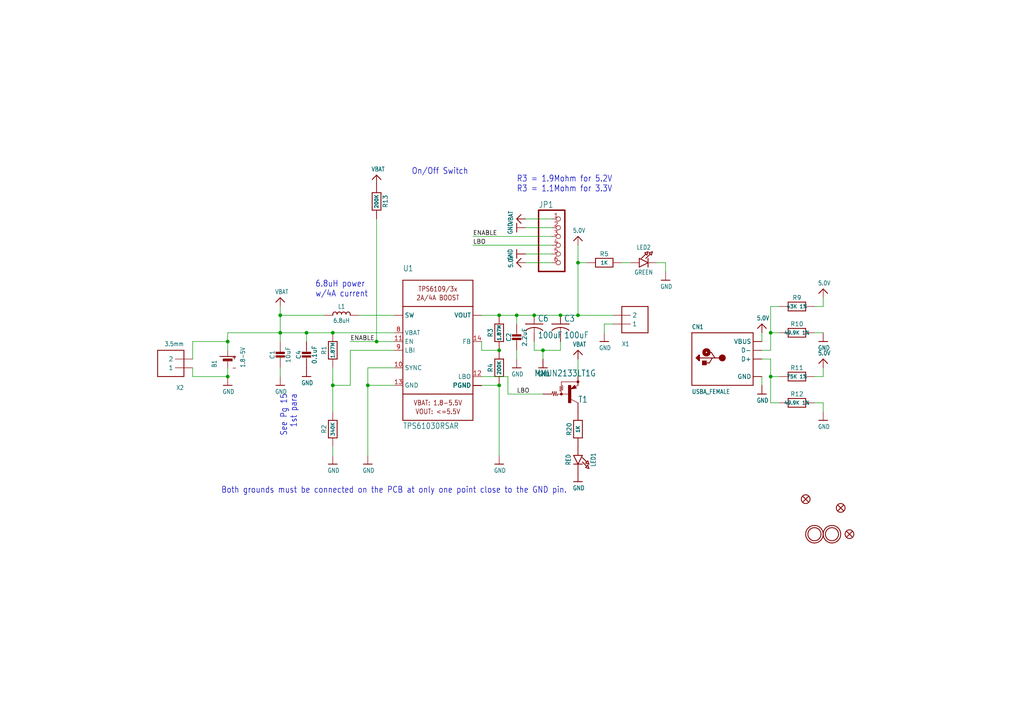
<source format=kicad_sch>
(kicad_sch (version 20230121) (generator eeschema)
  (paper "A4")
  (lib_symbols
    (symbol "working-eagle-import:-PNP_DRIVER-SC59-BEC"
      (property "Reference" "T" (at -10.16 7.62 0))
      (symbol "-PNP_DRIVER-SC59-BEC_1_0"
        (circle (center -2.286 0) (radius 0.254) (stroke (width 0.3048)))
        (rectangle (start -0.254 -2.54) (end 0.508 2.54) (fill (type outline)))
        (polyline (pts (xy -5.08 0) (xy -4.826 0.762)) (stroke (width 0.1524)))
        (polyline (pts (xy -4.826 0.762) (xy -4.572 -0.508)) (stroke (width 0.1524)))
        (polyline (pts (xy -4.572 -0.508) (xy -4.318 0.762)) (stroke (width 0.1524)))
        (polyline (pts (xy -4.318 0.762) (xy -4.064 -0.508)) (stroke (width 0.1524)))
        (polyline (pts (xy -4.064 -0.508) (xy -3.81 0.762)) (stroke (width 0.1524)))
        (polyline (pts (xy -3.81 0.762) (xy -3.556 -0.508)) (stroke (width 0.1524)))
        (polyline (pts (xy -3.556 -0.508) (xy -3.302 0)) (stroke (width 0.1524)))
        (polyline (pts (xy -3.302 0) (xy -2.286 0)) (stroke (width 0.1524)))
        (polyline (pts (xy -2.794 1.016) (xy -1.778 1.27)) (stroke (width 0.1524)))
        (polyline (pts (xy -2.794 1.524) (xy -1.778 1.778)) (stroke (width 0.1524)))
        (polyline (pts (xy -2.794 2.032) (xy -1.778 2.286)) (stroke (width 0.1524)))
        (polyline (pts (xy -2.286 0) (xy -2.286 0.762)) (stroke (width 0.1524)))
        (polyline (pts (xy -2.286 0) (xy -0.254 0)) (stroke (width 0.1524)))
        (polyline (pts (xy -2.286 0.762) (xy -2.794 1.016)) (stroke (width 0.1524)))
        (polyline (pts (xy -2.286 2.54) (xy -2.286 3.556)) (stroke (width 0.1524)))
        (polyline (pts (xy -2.286 3.556) (xy 2.54 3.556)) (stroke (width 0.1524)))
        (polyline (pts (xy -1.778 1.27) (xy -2.794 1.524)) (stroke (width 0.1524)))
        (polyline (pts (xy -1.778 1.778) (xy -2.794 2.032)) (stroke (width 0.1524)))
        (polyline (pts (xy -1.778 2.286) (xy -2.286 2.54)) (stroke (width 0.1524)))
        (polyline (pts (xy 0.5159 1.478) (xy 2.0861 1.6779)) (stroke (width 0.1524)))
        (polyline (pts (xy 0.762 1.651) (xy 1.778 1.778)) (stroke (width 0.254)))
        (polyline (pts (xy 1.143 1.905) (xy 1.524 1.905)) (stroke (width 0.254)))
        (polyline (pts (xy 1.524 2.159) (xy 1.143 1.905)) (stroke (width 0.254)))
        (polyline (pts (xy 1.524 2.413) (xy 0.762 1.651)) (stroke (width 0.254)))
        (polyline (pts (xy 1.5781 2.5941) (xy 0.5159 1.478)) (stroke (width 0.1524)))
        (polyline (pts (xy 1.778 1.778) (xy 1.524 2.159)) (stroke (width 0.254)))
        (polyline (pts (xy 1.905 1.778) (xy 1.524 2.413)) (stroke (width 0.254)))
        (polyline (pts (xy 2.0861 1.6779) (xy 1.5781 2.5941)) (stroke (width 0.1524)))
        (polyline (pts (xy 2.54 -2.54) (xy 0.508 -1.524)) (stroke (width 0.1524)))
        (polyline (pts (xy 2.54 2.54) (xy 1.808 2.1239)) (stroke (width 0.1524)))
        (circle (center 2.54 3.556) (radius 0.254) (stroke (width 0.3048)))
        (pin passive line (at -7.62 0 0) (length 2.54) (name "B") (number "B"))
        (pin passive line (at 2.54 -5.08 90) (length 2.54) (name "C") (number "C"))
        (pin passive line (at 2.54 5.08 270) (length 2.54) (name "E") (number "E"))
      )
    )
    (symbol "working-eagle-import:5.0V" (power)
      (property "Value" "5.0V" (at -1.524 1.016 0))
      (symbol "5.0V_1_0"
        (polyline (pts (xy -1.27 -1.27) (xy 0 0)) (stroke (width 0.254)))
        (polyline (pts (xy 0 0) (xy 1.27 -1.27)) (stroke (width 0.254)))
        (pin power_in line (at 0 -2.54 90) (length 2.54) (name "5.0V") (number "1"))
      )
    )
    (symbol "working-eagle-import:BATTERY"
      (property "Reference" "B" (at -2.54 3.175 0))
      (symbol "BATTERY_1_0"
        (polyline (pts (xy -2.54 0) (xy -0.635 0)) (stroke (width 0.1524)))
        (polyline (pts (xy -0.508 -1.27) (xy -0.508 1.27)) (stroke (width 0.254)))
        (polyline (pts (xy -0.508 1.27) (xy -0.254 1.27)) (stroke (width 0.254)))
        (polyline (pts (xy -0.254 -1.27) (xy -0.508 -1.27)) (stroke (width 0.254)))
        (polyline (pts (xy -0.254 1.27) (xy -0.254 -1.27)) (stroke (width 0.254)))
        (polyline (pts (xy -0.254 1.27) (xy 0 1.27)) (stroke (width 0.254)))
        (polyline (pts (xy 0 -1.27) (xy -0.254 -1.27)) (stroke (width 0.254)))
        (polyline (pts (xy 0 1.27) (xy 0 -1.27)) (stroke (width 0.254)))
        (polyline (pts (xy 0.762 2.286) (xy 0.762 -2.286)) (stroke (width 0.254)))
        (polyline (pts (xy 0.889 0) (xy 2.54 0)) (stroke (width 0.1524)))
        (text "+" (at 1.27 -1.143 900) (effects (font (size 1.27 1.0795)) (justify right top)))
        (text "-" (at -1.778 -1.143 900) (effects (font (size 1.27 1.0795)) (justify right top)))
        (pin passive line (at -2.54 0 0) (length 0) (name "-") (number "1"))
        (pin passive line (at 2.54 0 180) (length 0) (name "+") (number "2"))
      )
    )
    (symbol "working-eagle-import:C-USC1210"
      (property "Reference" "C" (at 1.016 0.635 0))
      (symbol "C-USC1210_1_0"
        (arc (start 0 -1.0161) (mid -1.302 -1.2303) (end -2.4668 -1.8504) (stroke (width 0.254)))
        (polyline (pts (xy -2.54 0) (xy 2.54 0)) (stroke (width 0.254)))
        (polyline (pts (xy 0 -1.016) (xy 0 -2.54)) (stroke (width 0.1524)))
        (arc (start 2.4892 -1.8541) (mid 1.3158 -1.2194) (end 0 -1) (stroke (width 0.254)))
        (pin passive line (at 0 2.54 270) (length 2.54) (name "1") (number "1"))
        (pin passive line (at 0 -5.08 90) (length 2.54) (name "2") (number "2"))
      )
    )
    (symbol "working-eagle-import:CAP_CERAMIC0805-NOOUTLINE"
      (property "Reference" "C" (at -2.29 1.25 90))
      (symbol "CAP_CERAMIC0805-NOOUTLINE_1_0"
        (rectangle (start -1.27 0.508) (end 1.27 1.016) (fill (type outline)))
        (rectangle (start -1.27 1.524) (end 1.27 2.032) (fill (type outline)))
        (polyline (pts (xy 0 0.762) (xy 0 0)) (stroke (width 0.1524)))
        (polyline (pts (xy 0 2.54) (xy 0 1.778)) (stroke (width 0.1524)))
        (pin passive line (at 0 5.08 270) (length 2.54) (name "1") (number "1"))
        (pin passive line (at 0 -2.54 90) (length 2.54) (name "2") (number "2"))
      )
    )
    (symbol "working-eagle-import:FIDUCIAL{dblquote}{dblquote}"
      (symbol "FIDUCIAL{dblquote}{dblquote}_1_0"
        (polyline (pts (xy -0.762 0.762) (xy 0.762 -0.762)) (stroke (width 0.254)))
        (polyline (pts (xy 0.762 0.762) (xy -0.762 -0.762)) (stroke (width 0.254)))
        (circle (center 0 0) (radius 1.27) (stroke (width 0.254)))
      )
    )
    (symbol "working-eagle-import:GND" (power)
      (property "Value" "GND" (at -1.524 -2.54 0))
      (symbol "GND_1_0"
        (polyline (pts (xy -1.27 0) (xy 1.27 0)) (stroke (width 0.254)))
        (pin power_in line (at 0 2.54 270) (length 2.54) (name "GND") (number "1"))
      )
    )
    (symbol "working-eagle-import:INDUCTOR-8X8"
      (property "Reference" "L" (at 0 2.54 0))
      (symbol "INDUCTOR-8X8_1_0"
        (arc (start -1.27 0.3173) (mid -1.9049 0.9497) (end -2.54 0.3175) (stroke (width 0.254)))
        (polyline (pts (xy -2.54 0.3175) (xy -2.54 0)) (stroke (width 0.254)))
        (polyline (pts (xy 2.54 0.3175) (xy 2.54 0)) (stroke (width 0.254)))
        (arc (start 0 0.3173) (mid -0.6349 0.9497) (end -1.27 0.3175) (stroke (width 0.254)))
        (arc (start 1.27 0.3173) (mid 0.6351 0.9497) (end 0 0.3175) (stroke (width 0.254)))
        (arc (start 2.54 0.3173) (mid 1.9051 0.9497) (end 1.27 0.3175) (stroke (width 0.254)))
        (pin passive line (at -5.08 0 0) (length 2.54) (name "1") (number "P$1"))
        (pin passive line (at 5.08 0 180) (length 2.54) (name "2") (number "P$2"))
      )
    )
    (symbol "working-eagle-import:LED0805_NOOUTLINE"
      (property "Reference" "D" (at -1.27 4.445 0))
      (symbol "LED0805_NOOUTLINE_1_0"
        (polyline (pts (xy -2.54 -1.27) (xy 0 0)) (stroke (width 0.254)))
        (polyline (pts (xy -2.54 1.27) (xy -2.54 -1.27)) (stroke (width 0.254)))
        (polyline (pts (xy -1.905 1.27) (xy -0.635 2.54)) (stroke (width 0.254)))
        (polyline (pts (xy -0.9525 2.8575) (xy -0.3175 2.2225)) (stroke (width 0.254)))
        (polyline (pts (xy -0.635 1.27) (xy 0.635 2.54)) (stroke (width 0.254)))
        (polyline (pts (xy -0.3175 2.2225) (xy 0 3.175)) (stroke (width 0.254)))
        (polyline (pts (xy 0 0) (xy -2.54 1.27)) (stroke (width 0.254)))
        (polyline (pts (xy 0 0) (xy 0 -1.27)) (stroke (width 0.254)))
        (polyline (pts (xy 0 1.27) (xy 0 0)) (stroke (width 0.254)))
        (polyline (pts (xy 0 3.175) (xy -0.9525 2.8575)) (stroke (width 0.254)))
        (polyline (pts (xy 0.3175 2.8575) (xy 0.9525 2.2225)) (stroke (width 0.254)))
        (polyline (pts (xy 0.9525 2.2225) (xy 1.27 3.175)) (stroke (width 0.254)))
        (polyline (pts (xy 1.27 3.175) (xy 0.3175 2.8575)) (stroke (width 0.254)))
        (pin passive line (at -5.08 0 0) (length 2.54) (name "A") (number "A"))
        (pin passive line (at 2.54 0 180) (length 2.54) (name "C") (number "C"))
      )
    )
    (symbol "working-eagle-import:MOUNTINGHOLE2.5"
      (symbol "MOUNTINGHOLE2.5_1_0"
        (circle (center 0 0) (radius 1.905) (stroke (width 0.254)))
        (circle (center 0 0) (radius 2.54) (stroke (width 0.254)))
      )
    )
    (symbol "working-eagle-import:PINHD-1X6CB"
      (property "Reference" "JP" (at -6.35 10.795 0))
      (symbol "PINHD-1X6CB_1_0"
        (polyline (pts (xy -6.35 -7.62) (xy 1.27 -7.62)) (stroke (width 0.4064)))
        (polyline (pts (xy -6.35 10.16) (xy -6.35 -7.62)) (stroke (width 0.4064)))
        (polyline (pts (xy 1.27 -7.62) (xy 1.27 10.16)) (stroke (width 0.4064)))
        (polyline (pts (xy 1.27 10.16) (xy -6.35 10.16)) (stroke (width 0.4064)))
        (pin passive inverted (at -2.54 7.62 0) (length 2.54) (name "1") (number "1"))
        (pin passive inverted (at -2.54 5.08 0) (length 2.54) (name "2") (number "2"))
        (pin passive inverted (at -2.54 2.54 0) (length 2.54) (name "3") (number "3"))
        (pin passive inverted (at -2.54 0 0) (length 2.54) (name "4") (number "4"))
        (pin passive inverted (at -2.54 -2.54 0) (length 2.54) (name "5") (number "5"))
        (pin passive inverted (at -2.54 -5.08 0) (length 2.54) (name "6") (number "6"))
      )
    )
    (symbol "working-eagle-import:RESISTOR0805_NOOUTLINE"
      (property "Reference" "R" (at 0 2.54 0))
      (symbol "RESISTOR0805_NOOUTLINE_1_0"
        (polyline (pts (xy -2.54 -1.27) (xy -2.54 1.27)) (stroke (width 0.254)))
        (polyline (pts (xy -2.54 1.27) (xy 2.54 1.27)) (stroke (width 0.254)))
        (polyline (pts (xy 2.54 -1.27) (xy -2.54 -1.27)) (stroke (width 0.254)))
        (polyline (pts (xy 2.54 1.27) (xy 2.54 -1.27)) (stroke (width 0.254)))
        (pin passive line (at -5.08 0 0) (length 2.54) (name "1") (number "1"))
        (pin passive line (at 5.08 0 180) (length 2.54) (name "2") (number "2"))
      )
    )
    (symbol "working-eagle-import:RESISTOR_0805MP"
      (property "Reference" "R" (at 0 2.54 0))
      (symbol "RESISTOR_0805MP_1_0"
        (polyline (pts (xy -2.54 -1.27) (xy -2.54 1.27)) (stroke (width 0.254)))
        (polyline (pts (xy -2.54 1.27) (xy 2.54 1.27)) (stroke (width 0.254)))
        (polyline (pts (xy 2.54 -1.27) (xy -2.54 -1.27)) (stroke (width 0.254)))
        (polyline (pts (xy 2.54 1.27) (xy 2.54 -1.27)) (stroke (width 0.254)))
        (pin passive line (at -5.08 0 0) (length 2.54) (name "1") (number "1"))
        (pin passive line (at 5.08 0 180) (length 2.54) (name "2") (number "2"))
      )
    )
    (symbol "working-eagle-import:TERMBLOCK_1X2"
      (property "Reference" "X" (at -2.54 7.62 0))
      (symbol "TERMBLOCK_1X2_1_0"
        (polyline (pts (xy -2.54 -2.54) (xy 5.08 -2.54)) (stroke (width 0.254)))
        (polyline (pts (xy -2.54 5.08) (xy -2.54 -2.54)) (stroke (width 0.254)))
        (polyline (pts (xy 5.08 -2.54) (xy 5.08 5.08)) (stroke (width 0.254)))
        (polyline (pts (xy 5.08 5.08) (xy -2.54 5.08)) (stroke (width 0.254)))
        (pin passive line (at -5.08 2.54 0) (length 5.08) (name "1") (number "1"))
        (pin passive line (at -5.08 0 0) (length 5.08) (name "2") (number "2"))
      )
    )
    (symbol "working-eagle-import:USB_TYPEAPTHFML"
      (property "Reference" "X" (at -10.16 8.636 0))
      (symbol "USB_TYPEAPTHFML_1_0"
        (rectangle (start -7.12 -1.72) (end -5.92 -0.52) (fill (type outline)))
        (circle (center -5.92 1.93) (radius 0.2) (stroke (width 1)))
        (circle (center -1.32 0.33) (radius 0.5) (stroke (width 1)))
        (polyline (pts (xy -10.2 7.62) (xy -10.16 7.62)) (stroke (width 0.254)))
        (polyline (pts (xy -10.16 -7.62) (xy 7.62 -7.62)) (stroke (width 0.254)))
        (polyline (pts (xy -10.16 7.62) (xy -10.16 -7.62)) (stroke (width 0.254)))
        (polyline (pts (xy -10.16 7.62) (xy 7.62 7.62)) (stroke (width 0.254)))
        (polyline (pts (xy -8.92 0.33) (xy -8.12 1.13)) (stroke (width 0.254)))
        (polyline (pts (xy -8.52 0.13) (xy -8.32 -0.07)) (stroke (width 0.254)))
        (polyline (pts (xy -8.52 0.33) (xy -8.52 0.13)) (stroke (width 0.254)))
        (polyline (pts (xy -8.32 -0.07) (xy -8.32 0.73)) (stroke (width 0.254)))
        (polyline (pts (xy -8.32 0.73) (xy -8.72 0.33)) (stroke (width 0.254)))
        (polyline (pts (xy -8.12 -0.47) (xy -8.92 0.33)) (stroke (width 0.254)))
        (polyline (pts (xy -8.12 -0.27) (xy -8.12 1.13)) (stroke (width 0.254)))
        (polyline (pts (xy -8.12 1.13) (xy -7.92 1.13)) (stroke (width 0.254)))
        (polyline (pts (xy -7.92 -0.47) (xy -8.12 -0.47)) (stroke (width 0.254)))
        (polyline (pts (xy -7.92 0.33) (xy -7.92 -0.47)) (stroke (width 0.254)))
        (polyline (pts (xy -7.92 1.13) (xy -7.92 0.33)) (stroke (width 0.254)))
        (polyline (pts (xy -6.27 -1.12) (xy -5.07 -1.12)) (stroke (width 0.254)))
        (polyline (pts (xy -5.52 1.93) (xy -4.52 1.93)) (stroke (width 0.254)))
        (polyline (pts (xy -5.07 -1.12) (xy -4.22 0.33)) (stroke (width 0.254)))
        (polyline (pts (xy -4.52 1.93) (xy -3.47 0.33)) (stroke (width 0.254)))
        (polyline (pts (xy -4.22 0.33) (xy -7.92 0.33)) (stroke (width 0.254)))
        (polyline (pts (xy -3.47 0.33) (xy -4.22 0.33)) (stroke (width 0.254)))
        (polyline (pts (xy -1.32 0.33) (xy -3.47 0.33)) (stroke (width 0.254)))
        (polyline (pts (xy 7.62 7.62) (xy 7.62 -7.62)) (stroke (width 0.254)))
        (pin bidirectional line (at 10.16 0 180) (length 2.54) (name "D+") (number "D+"))
        (pin bidirectional line (at 10.16 2.54 180) (length 2.54) (name "D-") (number "D-"))
        (pin power_in line (at 10.16 -5.08 180) (length 2.54) (name "GND") (number "GND"))
        (pin power_in line (at 10.16 5.08 180) (length 2.54) (name "VBUS") (number "VBUS"))
      )
    )
    (symbol "working-eagle-import:VBAT" (power)
      (property "Value" "VBAT" (at -1.524 1.016 0))
      (symbol "VBAT_1_0"
        (polyline (pts (xy -1.27 -1.27) (xy 0 0)) (stroke (width 0.254)))
        (polyline (pts (xy 0 0) (xy 1.27 -1.27)) (stroke (width 0.254)))
        (pin power_in line (at 0 -2.54 90) (length 2.54) (name "VBAT") (number "1"))
      )
    )
    (symbol "working-eagle-import:VREG_TPS6103X"
      (property "Reference" "U" (at -10.16 22.86 0))
      (symbol "VREG_TPS6103X_1_0"
        (polyline (pts (xy -10.16 -20.32) (xy 10.16 -20.32)) (stroke (width 0.254)))
        (polyline (pts (xy -10.16 -12.7) (xy -10.16 -20.32)) (stroke (width 0.254)))
        (polyline (pts (xy -10.16 -12.7) (xy -10.16 12.7)) (stroke (width 0.254)))
        (polyline (pts (xy -10.16 12.7) (xy -10.16 20.32)) (stroke (width 0.254)))
        (polyline (pts (xy -10.16 12.7) (xy 10.16 12.7)) (stroke (width 0.254)))
        (polyline (pts (xy -10.16 20.32) (xy 10.16 20.32)) (stroke (width 0.254)))
        (polyline (pts (xy 10.16 -20.32) (xy 10.16 -12.7)) (stroke (width 0.254)))
        (polyline (pts (xy 10.16 -12.7) (xy -10.16 -12.7)) (stroke (width 0.254)))
        (polyline (pts (xy 10.16 12.7) (xy 10.16 -12.7)) (stroke (width 0.254)))
        (polyline (pts (xy 10.16 20.32) (xy 10.16 12.7)) (stroke (width 0.254)))
        (text "2A/4A BOOST" (at 0 15.24 0) (effects (font (size 1.4224 1.209))))
        (text "TPS6109/3x" (at 0 17.78 0) (effects (font (size 1.4224 1.209))))
        (text "VBAT: 1.8-5.5V" (at 0 -15.24 0) (effects (font (size 1.4224 1.209))))
        (text "VOUT: <=5.5V" (at 0 -17.78 0) (effects (font (size 1.4224 1.209))))
        (pin power_in line (at 12.7 10.16 180) (length 2.54) (name "VOUT") (number "1"))
        (pin input line (at -12.7 -5.08 0) (length 2.54) (name "SYNC") (number "10"))
        (pin input line (at -12.7 2.54 0) (length 2.54) (name "EN") (number "11"))
        (pin output line (at 12.7 -7.62 180) (length 2.54) (name "LBO") (number "12"))
        (pin power_in line (at -12.7 -10.16 0) (length 2.54) (name "GND") (number "13"))
        (pin input line (at 12.7 2.54 180) (length 2.54) (name "FB") (number "14"))
        (pin power_in line (at 12.7 10.16 180) (length 2.54) (name "VOUT") (number "15"))
        (pin power_in line (at 12.7 10.16 180) (length 2.54) (name "VOUT") (number "16"))
        (pin input line (at -12.7 10.16 0) (length 2.54) (name "SW") (number "3"))
        (pin input line (at -12.7 10.16 0) (length 2.54) (name "SW") (number "4"))
        (pin power_in line (at 12.7 -10.16 180) (length 2.54) (name "PGND") (number "5"))
        (pin power_in line (at 12.7 -10.16 180) (length 2.54) (name "PGND") (number "6"))
        (pin power_in line (at 12.7 -10.16 180) (length 2.54) (name "PGND") (number "7"))
        (pin input line (at -12.7 5.08 0) (length 2.54) (name "VBAT") (number "8"))
        (pin input line (at -12.7 0 0) (length 2.54) (name "LBI") (number "9"))
        (pin power_in line (at 12.7 -10.16 180) (length 2.54) (name "PGND") (number "P$18"))
        (pin power_in line (at 12.7 -10.16 180) (length 2.54) (name "PGND") (number "P$19"))
        (pin power_in line (at 12.7 -10.16 180) (length 2.54) (name "PGND") (number "P$20"))
        (pin power_in line (at 12.7 -10.16 180) (length 2.54) (name "PGND") (number "P$21"))
        (pin power_in line (at 12.7 -10.16 180) (length 2.54) (name "PGND") (number "P$22"))
        (pin power_in line (at 12.7 -10.16 180) (length 2.54) (name "PGND") (number "THERMAL"))
      )
    )
  )
  (junction (at 223.52 109.22))
  (junction (at 81.28 96.52))
  (junction (at 66.04 99.06))
  (junction (at 167.64 76.2))
  (junction (at 96.52 111.76))
  (junction (at 144.78 101.6))
  (junction (at 162.56 91.44))
  (junction (at 157.48 101.6))
  (junction (at 144.78 111.76))
  (junction (at 223.52 96.52))
  (junction (at 167.64 91.44))
  (junction (at 96.52 96.52))
  (junction (at 144.78 91.44))
  (junction (at 88.9 96.52))
  (junction (at 109.22 99.06))
  (junction (at 106.68 111.76))
  (junction (at 66.04 109.22))
  (junction (at 149.86 91.44))
  (junction (at 154.94 91.44))
  (junction (at 81.28 91.44))
  (wire (pts (xy 114.3 106.68) (xy 106.68 106.68)) (stroke (width 0.1524)))
  (wire (pts (xy 149.86 93.98) (xy 149.86 91.44)) (stroke (width 0.1524)))
  (wire (pts (xy 93.98 91.44) (xy 81.28 91.44)) (stroke (width 0.1524)))
  (wire (pts (xy 220.98 101.6) (xy 223.52 101.6)) (stroke (width 0.1524)))
  (wire (pts (xy 147.32 109.22) (xy 147.32 114.3)) (stroke (width 0.1524)))
  (wire (pts (xy 223.52 101.6) (xy 223.52 96.52)) (stroke (width 0.1524)))
  (wire (pts (xy 236.22 96.52) (xy 238.76 96.52)) (stroke (width 0.1524)))
  (wire (pts (xy 223.52 88.9) (xy 226.06 88.9)) (stroke (width 0.1524)))
  (wire (pts (xy 106.68 106.68) (xy 106.68 111.76)) (stroke (width 0.1524)))
  (wire (pts (xy 55.88 99.06) (xy 66.04 99.06)) (stroke (width 0.1524)))
  (wire (pts (xy 160.02 73.66) (xy 152.4 73.66)) (stroke (width 0.1524)))
  (wire (pts (xy 167.64 109.22) (xy 167.64 104.14)) (stroke (width 0.1524)))
  (wire (pts (xy 177.8 91.44) (xy 167.64 91.44)) (stroke (width 0.1524)))
  (wire (pts (xy 167.64 76.2) (xy 167.64 71.12)) (stroke (width 0.1524)))
  (wire (pts (xy 88.9 99.06) (xy 88.9 96.52)) (stroke (width 0.1524)))
  (wire (pts (xy 96.52 106.68) (xy 96.52 111.76)) (stroke (width 0.1524)))
  (wire (pts (xy 236.22 116.84) (xy 238.76 116.84)) (stroke (width 0.1524)))
  (wire (pts (xy 223.52 109.22) (xy 223.52 116.84)) (stroke (width 0.1524)))
  (wire (pts (xy 236.22 109.22) (xy 238.76 109.22)) (stroke (width 0.1524)))
  (wire (pts (xy 114.3 101.6) (xy 101.6 101.6)) (stroke (width 0.1524)))
  (wire (pts (xy 144.78 111.76) (xy 144.78 132.08)) (stroke (width 0.1524)))
  (wire (pts (xy 147.32 114.3) (xy 157.48 114.3)) (stroke (width 0.1524)))
  (wire (pts (xy 96.52 132.08) (xy 96.52 129.54)) (stroke (width 0.1524)))
  (wire (pts (xy 114.3 99.06) (xy 109.22 99.06)) (stroke (width 0.1524)))
  (wire (pts (xy 149.86 101.6) (xy 149.86 104.14)) (stroke (width 0.1524)))
  (wire (pts (xy 220.98 104.14) (xy 223.52 104.14)) (stroke (width 0.1524)))
  (wire (pts (xy 167.64 76.2) (xy 170.18 76.2)) (stroke (width 0.1524)))
  (wire (pts (xy 154.94 99.06) (xy 154.94 101.6)) (stroke (width 0.1524)))
  (wire (pts (xy 55.88 104.14) (xy 55.88 99.06)) (stroke (width 0.1524)))
  (wire (pts (xy 139.7 111.76) (xy 144.78 111.76)) (stroke (width 0.1524)))
  (wire (pts (xy 109.22 99.06) (xy 109.22 63.5)) (stroke (width 0.1524)))
  (wire (pts (xy 154.94 101.6) (xy 157.48 101.6)) (stroke (width 0.1524)))
  (wire (pts (xy 167.64 91.44) (xy 167.64 76.2)) (stroke (width 0.1524)))
  (wire (pts (xy 180.34 76.2) (xy 182.88 76.2)) (stroke (width 0.1524)))
  (wire (pts (xy 220.98 99.06) (xy 220.98 96.52)) (stroke (width 0.1524)))
  (wire (pts (xy 157.48 101.6) (xy 162.56 101.6)) (stroke (width 0.1524)))
  (wire (pts (xy 160.02 66.04) (xy 152.4 66.04)) (stroke (width 0.1524)))
  (wire (pts (xy 139.7 109.22) (xy 147.32 109.22)) (stroke (width 0.1524)))
  (wire (pts (xy 114.3 91.44) (xy 104.14 91.44)) (stroke (width 0.1524)))
  (wire (pts (xy 101.6 111.76) (xy 101.6 101.6)) (stroke (width 0.1524)))
  (wire (pts (xy 144.78 91.44) (xy 149.86 91.44)) (stroke (width 0.1524)))
  (wire (pts (xy 114.3 111.76) (xy 106.68 111.76)) (stroke (width 0.1524)))
  (wire (pts (xy 157.48 101.6) (xy 157.48 104.14)) (stroke (width 0.1524)))
  (wire (pts (xy 81.28 91.44) (xy 81.28 88.9)) (stroke (width 0.1524)))
  (wire (pts (xy 66.04 106.68) (xy 66.04 109.22)) (stroke (width 0.1524)))
  (wire (pts (xy 238.76 116.84) (xy 238.76 119.38)) (stroke (width 0.1524)))
  (wire (pts (xy 81.28 106.68) (xy 81.28 109.22)) (stroke (width 0.1524)))
  (wire (pts (xy 139.7 101.6) (xy 144.78 101.6)) (stroke (width 0.1524)))
  (wire (pts (xy 162.56 101.6) (xy 162.56 99.06)) (stroke (width 0.1524)))
  (wire (pts (xy 55.88 109.22) (xy 66.04 109.22)) (stroke (width 0.1524)))
  (wire (pts (xy 190.5 76.2) (xy 193.04 76.2)) (stroke (width 0.1524)))
  (wire (pts (xy 88.9 96.52) (xy 81.28 96.52)) (stroke (width 0.1524)))
  (wire (pts (xy 238.76 88.9) (xy 238.76 86.36)) (stroke (width 0.1524)))
  (wire (pts (xy 223.52 116.84) (xy 226.06 116.84)) (stroke (width 0.1524)))
  (wire (pts (xy 66.04 99.06) (xy 66.04 101.6)) (stroke (width 0.1524)))
  (wire (pts (xy 101.6 111.76) (xy 96.52 111.76)) (stroke (width 0.1524)))
  (wire (pts (xy 114.3 96.52) (xy 96.52 96.52)) (stroke (width 0.1524)))
  (wire (pts (xy 137.16 71.12) (xy 160.02 71.12)) (stroke (width 0.1524)))
  (wire (pts (xy 81.28 96.52) (xy 81.28 99.06)) (stroke (width 0.1524)))
  (wire (pts (xy 160.02 76.2) (xy 152.4 76.2)) (stroke (width 0.1524)))
  (wire (pts (xy 106.68 111.76) (xy 106.68 132.08)) (stroke (width 0.1524)))
  (wire (pts (xy 223.52 96.52) (xy 223.52 88.9)) (stroke (width 0.1524)))
  (wire (pts (xy 193.04 76.2) (xy 193.04 78.74)) (stroke (width 0.1524)))
  (wire (pts (xy 223.52 109.22) (xy 226.06 109.22)) (stroke (width 0.1524)))
  (wire (pts (xy 96.52 111.76) (xy 96.52 119.38)) (stroke (width 0.1524)))
  (wire (pts (xy 139.7 91.44) (xy 144.78 91.44)) (stroke (width 0.1524)))
  (wire (pts (xy 175.26 93.98) (xy 177.8 93.98)) (stroke (width 0.1524)))
  (wire (pts (xy 162.56 91.44) (xy 167.64 91.44)) (stroke (width 0.1524)))
  (wire (pts (xy 109.22 99.06) (xy 101.6 99.06)) (stroke (width 0.1524)))
  (wire (pts (xy 220.98 109.22) (xy 220.98 111.76)) (stroke (width 0.1524)))
  (wire (pts (xy 55.88 109.22) (xy 55.88 106.68)) (stroke (width 0.1524)))
  (wire (pts (xy 223.52 104.14) (xy 223.52 109.22)) (stroke (width 0.1524)))
  (wire (pts (xy 160.02 63.5) (xy 152.4 63.5)) (stroke (width 0.1524)))
  (wire (pts (xy 238.76 109.22) (xy 238.76 106.68)) (stroke (width 0.1524)))
  (wire (pts (xy 81.28 91.44) (xy 81.28 96.52)) (stroke (width 0.1524)))
  (wire (pts (xy 175.26 93.98) (xy 175.26 96.52)) (stroke (width 0.1524)))
  (wire (pts (xy 236.22 88.9) (xy 238.76 88.9)) (stroke (width 0.1524)))
  (wire (pts (xy 66.04 96.52) (xy 81.28 96.52)) (stroke (width 0.1524)))
  (wire (pts (xy 160.02 68.58) (xy 137.16 68.58)) (stroke (width 0.1524)))
  (wire (pts (xy 223.52 96.52) (xy 226.06 96.52)) (stroke (width 0.1524)))
  (wire (pts (xy 66.04 96.52) (xy 66.04 99.06)) (stroke (width 0.1524)))
  (wire (pts (xy 154.94 91.44) (xy 162.56 91.44)) (stroke (width 0.1524)))
  (wire (pts (xy 149.86 91.44) (xy 154.94 91.44)) (stroke (width 0.1524)))
  (wire (pts (xy 96.52 96.52) (xy 88.9 96.52)) (stroke (width 0.1524)))
  (wire (pts (xy 139.7 99.06) (xy 139.7 101.6)) (stroke (width 0.1524)))
  (text "6.8uH power\nw/4A current" (at 91.44 86.36 0) (effects (font (size 1.778 1.5113)) (justify left bottom)))
  (text "On/Off Switch" (at 119.38 50.8 0) (effects (font (size 1.778 1.5113)) (justify left bottom)))
  (text "R3 = 1.9Mohm for 5.2V\nR3 = 1.1Mohm for 3.3V" (at 149.86 55.88 0) (effects (font (size 1.778 1.5113)) (justify left bottom)))
  (text "See Pg 15\n1st para" (at 81.28 114.3 90) (effects (font (size 1.778 1.5113)) (justify right top)))
  (text "Both grounds must be connected on the PCB at only one point close to the GND pin." (at 114.3 142.24 0) (effects (font (size 1.778 1.5113))))
  (label "LBO" (at 149.86 114.3 0) (effects (font (size 1.2446 1.2446))))
  (label "ENABLE" (at 137.16 68.58 0) (effects (font (size 1.2446 1.2446))))
  (label "LBO" (at 137.16 71.12 0) (effects (font (size 1.2446 1.2446))))
  (label "ENABLE" (at 101.6 99.06 0) (effects (font (size 1.2446 1.2446))))
  (symbol (lib_id "working-eagle-import:GND") (at 149.86 106.68 0) (unit 1)
    (property "Reference" "#U$6" (effects hide))
    (property "Value" "GND" (at 148.336 109.22 0) (effects (font (size 1.27 1.0795)) (justify left bottom)))
  )
  (symbol (lib_id "working-eagle-import:MOUNTINGHOLE2.5") (at 236.22 154.94 0) (unit 1)
    (property "Reference" "U$11" (effects hide))
    (property "Value" "MOUNTINGHOLE2.5" (effects hide))
    (property "Footprint" "working:MOUNTINGHOLE_2.5_PLATED" (effects hide))
  )
  (symbol (lib_id "working-eagle-import:RESISTOR0805_NOOUTLINE") (at 144.78 106.68 90) (unit 1)
    (property "Reference" "R4" (at 142.24 106.68 0))
    (property "Value" "200K" (at 144.78 106.68 0) (effects (font (size 1.016 1.016) bold)))
    (property "Footprint" "working:0805-NO" (effects hide))
  )
  (symbol (lib_id "working-eagle-import:5.0V") (at 238.76 83.82 0) (unit 1)
    (property "Reference" "#U$15" (effects hide))
    (property "Value" "5.0V" (at 237.236 82.804 0) (effects (font (size 1.27 1.0795)) (justify left bottom)))
  )
  (symbol (lib_id "working-eagle-import:GND") (at 96.52 134.62 0) (unit 1)
    (property "Reference" "#U$1" (effects hide))
    (property "Value" "GND" (at 94.996 137.16 0) (effects (font (size 1.27 1.0795)) (justify left bottom)))
  )
  (symbol (lib_id "working-eagle-import:GND") (at 238.76 99.06 0) (unit 1)
    (property "Reference" "#U$18" (effects hide))
    (property "Value" "GND" (at 237.236 101.6 0) (effects (font (size 1.27 1.0795)) (justify left bottom)))
  )
  (symbol (lib_id "working-eagle-import:C-USC1210") (at 154.94 93.98 0) (unit 1)
    (property "Reference" "C6" (at 155.956 93.345 0) (effects (font (size 1.778 1.5113)) (justify left bottom)))
    (property "Value" "100uF" (at 155.956 98.171 0) (effects (font (size 1.778 1.5113)) (justify left bottom)))
    (property "Footprint" "working:C1210" (effects hide))
  )
  (symbol (lib_id "working-eagle-import:VBAT") (at 109.22 50.8 0) (unit 1)
    (property "Reference" "#U$27" (effects hide))
    (property "Value" "VBAT" (at 107.696 49.784 0) (effects (font (size 1.27 1.0795)) (justify left bottom)))
  )
  (symbol (lib_id "working-eagle-import:USB_TYPEAPTHFML") (at 210.82 104.14 0) (unit 1)
    (property "Reference" "CN1" (at 200.66 95.504 0) (effects (font (size 1.27 1.0795)) (justify left bottom)))
    (property "Value" "USBA_FEMALE" (at 200.66 114.3 0) (effects (font (size 1.27 1.0795)) (justify left bottom)))
    (property "Footprint" "working:USB_HOST-PTH" (effects hide))
  )
  (symbol (lib_id "working-eagle-import:VBAT") (at 81.28 86.36 0) (unit 1)
    (property "Reference" "#U$19" (effects hide))
    (property "Value" "VBAT" (at 79.756 85.344 0) (effects (font (size 1.27 1.0795)) (justify left bottom)))
  )
  (symbol (lib_id "working-eagle-import:TERMBLOCK_1X2") (at 50.8 104.14 180) (unit 1)
    (property "Reference" "X2" (at 53.34 111.76 0) (effects (font (size 1.27 1.0795)) (justify left bottom)))
    (property "Value" "3.5mm" (at 53.34 99.06 0) (effects (font (size 1.27 1.0795)) (justify left bottom)))
    (property "Footprint" "working:TERMBLOCK_1X2-3.5MM" (effects hide))
  )
  (symbol (lib_id "working-eagle-import:VBAT") (at 167.64 101.6 0) (unit 1)
    (property "Reference" "#U$23" (effects hide))
    (property "Value" "VBAT" (at 166.116 100.584 0) (effects (font (size 1.27 1.0795)) (justify left bottom)))
  )
  (symbol (lib_id "working-eagle-import:GND") (at 144.78 134.62 0) (unit 1)
    (property "Reference" "#U$3" (effects hide))
    (property "Value" "GND" (at 143.256 137.16 0) (effects (font (size 1.27 1.0795)) (justify left bottom)))
  )
  (symbol (lib_id "working-eagle-import:RESISTOR0805_NOOUTLINE") (at 231.14 88.9 0) (unit 1)
    (property "Reference" "R9" (at 231.14 86.36 0))
    (property "Value" "43K 1%" (at 231.14 88.9 0) (effects (font (size 1.016 1.016) bold)))
    (property "Footprint" "working:0805-NO" (effects hide))
  )
  (symbol (lib_id "working-eagle-import:RESISTOR0805_NOOUTLINE") (at 231.14 116.84 0) (unit 1)
    (property "Reference" "R12" (at 231.14 114.3 0))
    (property "Value" "49.9K 1%" (at 231.14 116.84 0) (effects (font (size 1.016 1.016) bold)))
    (property "Footprint" "working:0805-NO" (effects hide))
  )
  (symbol (lib_id "working-eagle-import:5.0V") (at 167.64 68.58 0) (unit 1)
    (property "Reference" "#U$7" (effects hide))
    (property "Value" "5.0V" (at 166.116 67.564 0) (effects (font (size 1.27 1.0795)) (justify left bottom)))
  )
  (symbol (lib_id "working-eagle-import:RESISTOR_0805MP") (at 96.52 101.6 90) (unit 1)
    (property "Reference" "R1" (at 93.98 101.6 0))
    (property "Value" "1.87M" (at 96.52 101.6 0) (effects (font (size 1.016 1.016) bold)))
    (property "Footprint" "working:_0805MP" (effects hide))
  )
  (symbol (lib_id "working-eagle-import:C-USC1210") (at 162.56 93.98 0) (unit 1)
    (property "Reference" "C3" (at 163.576 93.345 0) (effects (font (size 1.778 1.5113)) (justify left bottom)))
    (property "Value" "100uF" (at 163.576 98.171 0) (effects (font (size 1.778 1.5113)) (justify left bottom)))
    (property "Footprint" "working:C1210" (effects hide))
  )
  (symbol (lib_id "working-eagle-import:CAP_CERAMIC0805-NOOUTLINE") (at 88.9 104.14 0) (unit 1)
    (property "Reference" "C4" (at 86.61 102.89 90))
    (property "Value" "0.1uF" (at 91.2 102.89 90))
    (property "Footprint" "working:0805-NO" (effects hide))
  )
  (symbol (lib_id "working-eagle-import:GND") (at 193.04 81.28 0) (unit 1)
    (property "Reference" "#U$14" (effects hide))
    (property "Value" "GND" (at 191.516 83.82 0) (effects (font (size 1.27 1.0795)) (justify left bottom)))
  )
  (symbol (lib_id "working-eagle-import:5.0V") (at 238.76 104.14 0) (unit 1)
    (property "Reference" "#U$16" (effects hide))
    (property "Value" "5.0V" (at 237.236 103.124 0) (effects (font (size 1.27 1.0795)) (justify left bottom)))
  )
  (symbol (lib_id "working-eagle-import:GND") (at 238.76 121.92 0) (unit 1)
    (property "Reference" "#U$21" (effects hide))
    (property "Value" "GND" (at 237.236 124.46 0) (effects (font (size 1.27 1.0795)) (justify left bottom)))
  )
  (symbol (lib_id "working-eagle-import:GND") (at 149.86 66.04 270) (unit 1)
    (property "Reference" "#U$30" (effects hide))
    (property "Value" "GND" (at 147.32 64.516 0) (effects (font (size 1.27 1.0795)) (justify left bottom)))
  )
  (symbol (lib_id "working-eagle-import:RESISTOR0805_NOOUTLINE") (at 231.14 109.22 0) (unit 1)
    (property "Reference" "R11" (at 231.14 106.68 0))
    (property "Value" "75K 1%" (at 231.14 109.22 0) (effects (font (size 1.016 1.016) bold)))
    (property "Footprint" "working:0805-NO" (effects hide))
  )
  (symbol (lib_id "working-eagle-import:GND") (at 175.26 99.06 0) (unit 1)
    (property "Reference" "#U$9" (effects hide))
    (property "Value" "GND" (at 173.736 101.6 0) (effects (font (size 1.27 1.0795)) (justify left bottom)))
  )
  (symbol (lib_id "working-eagle-import:GND") (at 106.68 134.62 0) (unit 1)
    (property "Reference" "#U$2" (effects hide))
    (property "Value" "GND" (at 105.156 137.16 0) (effects (font (size 1.27 1.0795)) (justify left bottom)))
  )
  (symbol (lib_id "working-eagle-import:5.0V") (at 149.86 76.2 90) (unit 1)
    (property "Reference" "#U$32" (effects hide))
    (property "Value" "5.0V" (at 148.844 77.724 0) (effects (font (size 1.27 1.0795)) (justify left bottom)))
  )
  (symbol (lib_id "working-eagle-import:MOUNTINGHOLE2.5") (at 241.3 154.94 0) (unit 1)
    (property "Reference" "U$10" (effects hide))
    (property "Value" "MOUNTINGHOLE2.5" (effects hide))
    (property "Footprint" "working:MOUNTINGHOLE_2.5_PLATED" (effects hide))
  )
  (symbol (lib_id "working-eagle-import:RESISTOR0805_NOOUTLINE") (at 109.22 58.42 270) (unit 1)
    (property "Reference" "R13" (at 111.76 58.42 0))
    (property "Value" "200K" (at 109.22 58.42 0) (effects (font (size 1.016 1.016) bold)))
    (property "Footprint" "working:0805-NO" (effects hide))
  )
  (symbol (lib_id "working-eagle-import:GND") (at 167.64 139.7 0) (unit 1)
    (property "Reference" "#U$20" (effects hide))
    (property "Value" "GND" (at 166.116 142.24 0) (effects (font (size 1.27 1.0795)) (justify left bottom)))
  )
  (symbol (lib_id "working-eagle-import:GND") (at 149.86 73.66 270) (unit 1)
    (property "Reference" "#U$31" (effects hide))
    (property "Value" "GND" (at 147.32 72.136 0) (effects (font (size 1.27 1.0795)) (justify left bottom)))
  )
  (symbol (lib_id "working-eagle-import:GND") (at 88.9 109.22 0) (unit 1)
    (property "Reference" "#U$24" (effects hide))
    (property "Value" "GND" (at 87.376 111.76 0) (effects (font (size 1.27 1.0795)) (justify left bottom)))
  )
  (symbol (lib_id "working-eagle-import:RESISTOR_0805MP") (at 96.52 124.46 90) (unit 1)
    (property "Reference" "R2" (at 93.98 124.46 0))
    (property "Value" "340K" (at 96.52 124.46 0) (effects (font (size 1.016 1.016) bold)))
    (property "Footprint" "working:_0805MP" (effects hide))
  )
  (symbol (lib_id "working-eagle-import:GND") (at 81.28 111.76 0) (unit 1)
    (property "Reference" "#U$4" (effects hide))
    (property "Value" "GND" (at 79.756 114.3 0) (effects (font (size 1.27 1.0795)) (justify left bottom)))
  )
  (symbol (lib_id "working-eagle-import:RESISTOR0805_NOOUTLINE") (at 167.64 124.46 90) (unit 1)
    (property "Reference" "R20" (at 165.1 124.46 0))
    (property "Value" "1K" (at 167.64 124.46 0) (effects (font (size 1.016 1.016) bold)))
    (property "Footprint" "working:0805-NO" (effects hide))
  )
  (symbol (lib_id "working-eagle-import:LED0805_NOOUTLINE") (at 187.96 76.2 0) (unit 1)
    (property "Reference" "LED2" (at 186.69 71.755 0) (effects (font (size 1.27 1.0795))))
    (property "Value" "GREEN" (at 186.69 78.994 0) (effects (font (size 1.27 1.0795))))
    (property "Footprint" "working:CHIPLED_0805_NOOUTLINE" (effects hide))
  )
  (symbol (lib_id "working-eagle-import:BATTERY") (at 66.04 104.14 90) (unit 1)
    (property "Reference" "B1" (at 62.865 106.68 0) (effects (font (size 1.27 1.0795)) (justify left bottom)))
    (property "Value" "1.8-5V" (at 71.12 106.68 0) (effects (font (size 1.27 1.0795)) (justify left bottom)))
    (property "Footprint" "working:JSTPH2" (effects hide))
  )
  (symbol (lib_id "working-eagle-import:RESISTOR0805_NOOUTLINE") (at 175.26 76.2 0) (unit 1)
    (property "Reference" "R5" (at 175.26 73.66 0))
    (property "Value" "1K" (at 175.26 76.2 0) (effects (font (size 1.016 1.016) bold)))
    (property "Footprint" "working:0805-NO" (effects hide))
  )
  (symbol (lib_id "working-eagle-import:VREG_TPS6103X") (at 127 101.6 0) (unit 1)
    (property "Reference" "U1" (at 116.84 78.74 0) (effects (font (size 1.6764 1.4249)) (justify left bottom)))
    (property "Value" "TPS61030RSAR" (at 116.84 124.46 0) (effects (font (size 1.6764 1.4249)) (justify left bottom)))
    (property "Footprint" "working:PVQFN-16" (effects hide))
  )
  (symbol (lib_id "working-eagle-import:LED0805_NOOUTLINE") (at 167.64 134.62 270) (unit 1)
    (property "Reference" "LED1" (at 172.085 133.35 0) (effects (font (size 1.27 1.0795))))
    (property "Value" "RED" (at 164.846 133.35 0) (effects (font (size 1.27 1.0795))))
    (property "Footprint" "working:CHIPLED_0805_NOOUTLINE" (effects hide))
  )
  (symbol (lib_id "working-eagle-import:5.0V") (at 220.98 93.98 0) (unit 1)
    (property "Reference" "#U$17" (effects hide))
    (property "Value" "5.0V" (at 219.456 92.964 0) (effects (font (size 1.27 1.0795)) (justify left bottom)))
  )
  (symbol (lib_id "working-eagle-import:VBAT") (at 149.86 63.5 90) (unit 1)
    (property "Reference" "#U$29" (effects hide))
    (property "Value" "VBAT" (at 148.844 65.024 0) (effects (font (size 1.27 1.0795)) (justify left bottom)))
  )
  (symbol (lib_id "working-eagle-import:GND") (at 157.48 106.68 0) (unit 1)
    (property "Reference" "#U$8" (effects hide))
    (property "Value" "GND" (at 155.956 109.22 0) (effects (font (size 1.27 1.0795)) (justify left bottom)))
  )
  (symbol (lib_id "working-eagle-import:TERMBLOCK_1X2") (at 182.88 91.44 0) (mirror x) (unit 1)
    (property "Reference" "X1" (at 180.34 99.06 0) (effects (font (size 1.27 1.0795)) (justify left bottom)))
    (property "Value" "TERMBLOCK_1X2" (effects hide))
    (property "Footprint" "working:TERMBLOCK_1X2-3.5MM" (effects hide))
  )
  (symbol (lib_id "working-eagle-import:FIDUCIAL{dblquote}{dblquote}") (at 233.68 144.78 0) (unit 1)
    (property "Reference" "FID3" (effects hide))
    (property "Value" "FIDUCIAL{dblquote}{dblquote}" (effects hide))
    (property "Footprint" "working:FIDUCIAL_1MM" (effects hide))
    (property "BOM" "EXCLUDE" (effects hide))
  )
  (symbol (lib_id "working-eagle-import:INDUCTOR-8X8") (at 99.06 91.44 0) (unit 1)
    (property "Reference" "L1" (at 99.06 88.9 0) (effects (font (size 1.27 1.0795))))
    (property "Value" "6.8uH" (at 99.06 92.98 0) (effects (font (size 1.27 1.0795))))
    (property "Footprint" "working:INDUCTOR_8X8MM" (effects hide))
  )
  (symbol (lib_id "working-eagle-import:FIDUCIAL{dblquote}{dblquote}") (at 243.84 147.32 0) (unit 1)
    (property "Reference" "FID1" (effects hide))
    (property "Value" "FIDUCIAL{dblquote}{dblquote}" (effects hide))
    (property "Footprint" "working:FIDUCIAL_1MM" (effects hide))
    (property "BOM" "EXCLUDE" (effects hide))
  )
  (symbol (lib_id "working-eagle-import:CAP_CERAMIC0805-NOOUTLINE") (at 149.86 99.06 0) (unit 1)
    (property "Reference" "C2" (at 147.57 97.81 90))
    (property "Value" "2.2uF" (at 152.16 97.81 90))
    (property "Footprint" "working:0805-NO" (effects hide))
  )
  (symbol (lib_id "working-eagle-import:PINHD-1X6CB") (at 162.56 71.12 0) (unit 1)
    (property "Reference" "JP1" (at 156.21 60.325 0) (effects (font (size 1.778 1.5113)) (justify left bottom)))
    (property "Value" "PINHD-1X6CB" (effects hide))
    (property "Footprint" "working:1X06-CLEANBIG" (effects hide))
  )
  (symbol (lib_id "working-eagle-import:GND") (at 220.98 114.3 0) (unit 1)
    (property "Reference" "#U$22" (effects hide))
    (property "Value" "GND" (at 219.456 116.84 0) (effects (font (size 1.27 1.0795)) (justify left bottom)))
  )
  (symbol (lib_id "working-eagle-import:-PNP_DRIVER-SC59-BEC") (at 165.1 114.3 0) (unit 1)
    (property "Reference" "T1" (at 167.64 116.84 0) (effects (font (size 1.778 1.5113)) (justify left bottom)))
    (property "Value" "MMUN2133LT1G" (at 154.94 109.22 0) (effects (font (size 1.778 1.5113)) (justify left bottom)))
    (property "Footprint" "working:SC59-BEC" (effects hide))
  )
  (symbol (lib_id "working-eagle-import:GND") (at 66.04 111.76 0) (unit 1)
    (property "Reference" "#U$5" (effects hide))
    (property "Value" "GND" (at 64.516 114.3 0) (effects (font (size 1.27 1.0795)) (justify left bottom)))
  )
  (symbol (lib_id "working-eagle-import:CAP_CERAMIC0805-NOOUTLINE") (at 81.28 104.14 0) (unit 1)
    (property "Reference" "C1" (at 78.99 102.89 90))
    (property "Value" "10uF" (at 83.58 102.89 90))
    (property "Footprint" "working:0805-NO" (effects hide))
  )
  (symbol (lib_id "working-eagle-import:FIDUCIAL{dblquote}{dblquote}") (at 246.38 154.94 0) (unit 1)
    (property "Reference" "FID2" (effects hide))
    (property "Value" "FIDUCIAL{dblquote}{dblquote}" (effects hide))
    (property "Footprint" "working:FIDUCIAL_1MM" (effects hide))
  )
  (symbol (lib_id "working-eagle-import:RESISTOR_0805MP") (at 144.78 96.52 90) (unit 1)
    (property "Reference" "R3" (at 142.24 96.52 0))
    (property "Value" "1.87M" (at 144.78 96.52 0) (effects (font (size 1.016 1.016) bold)))
    (property "Footprint" "working:_0805MP" (effects hide))
  )
  (symbol (lib_id "working-eagle-import:RESISTOR0805_NOOUTLINE") (at 231.14 96.52 0) (unit 1)
    (property "Reference" "R10" (at 231.14 93.98 0))
    (property "Value" "49.9K 1%" (at 231.14 96.52 0) (effects (font (size 1.016 1.016) bold)))
    (property "Footprint" "working:0805-NO" (effects hide))
  )
)
</source>
